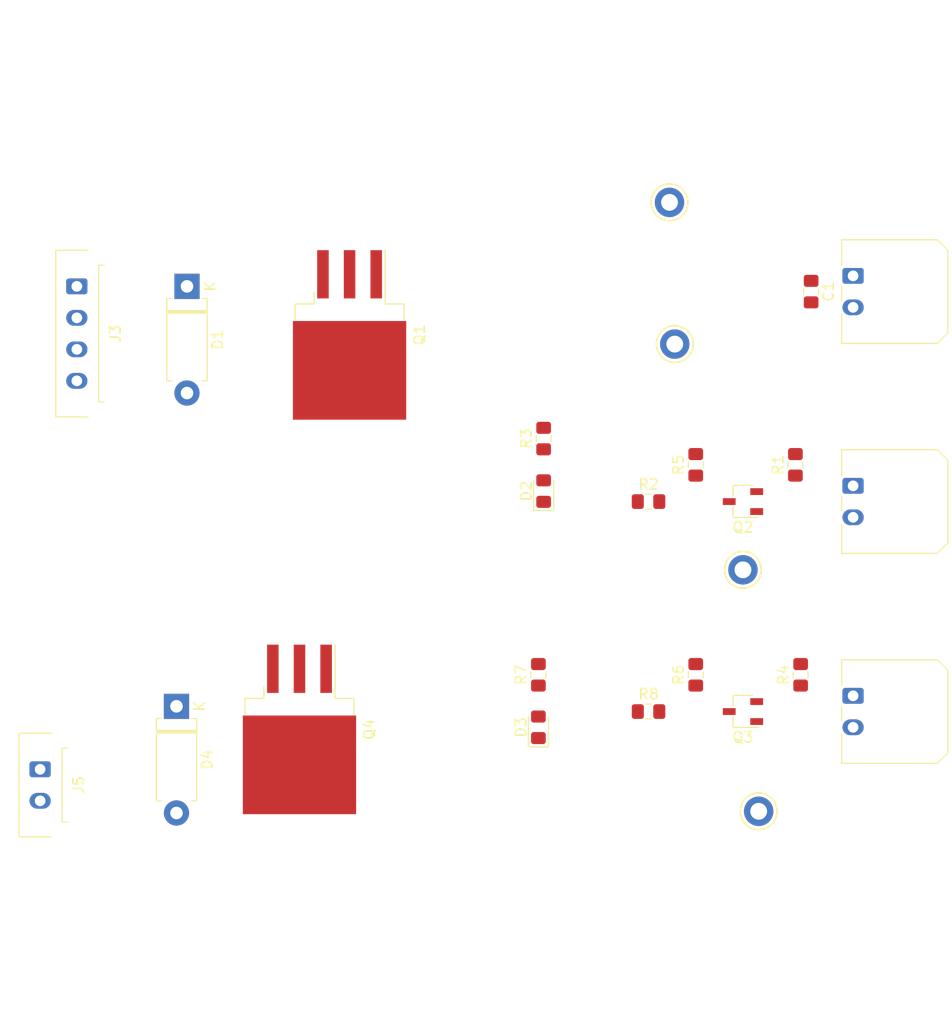
<source format=kicad_pcb>
(kicad_pcb (version 20171130) (host pcbnew 5.1.5-52549c5~84~ubuntu18.04.1)

  (general
    (thickness 1.6)
    (drawings 0)
    (tracks 0)
    (zones 0)
    (modules 30)
    (nets 15)
  )

  (page A4)
  (layers
    (0 F.Cu signal)
    (31 B.Cu signal)
    (32 B.Adhes user)
    (33 F.Adhes user)
    (34 B.Paste user)
    (35 F.Paste user)
    (36 B.SilkS user)
    (37 F.SilkS user)
    (38 B.Mask user)
    (39 F.Mask user)
    (40 Dwgs.User user)
    (41 Cmts.User user)
    (42 Eco1.User user)
    (43 Eco2.User user)
    (44 Edge.Cuts user)
    (45 Margin user)
    (46 B.CrtYd user hide)
    (47 F.CrtYd user hide)
    (48 B.Fab user hide)
    (49 F.Fab user hide)
  )

  (setup
    (last_trace_width 0.25)
    (trace_clearance 0.2)
    (zone_clearance 0.25)
    (zone_45_only no)
    (trace_min 0.2)
    (via_size 0.8)
    (via_drill 0.4)
    (via_min_size 0.4)
    (via_min_drill 0.3)
    (uvia_size 0.3)
    (uvia_drill 0.1)
    (uvias_allowed no)
    (uvia_min_size 0.2)
    (uvia_min_drill 0.1)
    (edge_width 0.05)
    (segment_width 0.2)
    (pcb_text_width 0.3)
    (pcb_text_size 1.5 1.5)
    (mod_edge_width 0.12)
    (mod_text_size 1 1)
    (mod_text_width 0.15)
    (pad_size 1.524 1.524)
    (pad_drill 0.762)
    (pad_to_mask_clearance 0.051)
    (solder_mask_min_width 0.25)
    (aux_axis_origin 0 0)
    (visible_elements FFFFFF7F)
    (pcbplotparams
      (layerselection 0x010fc_ffffffff)
      (usegerberextensions false)
      (usegerberattributes false)
      (usegerberadvancedattributes false)
      (creategerberjobfile false)
      (excludeedgelayer true)
      (linewidth 0.100000)
      (plotframeref false)
      (viasonmask false)
      (mode 1)
      (useauxorigin false)
      (hpglpennumber 1)
      (hpglpenspeed 20)
      (hpglpendiameter 15.000000)
      (psnegative false)
      (psa4output false)
      (plotreference true)
      (plotvalue true)
      (plotinvisibletext false)
      (padsonsilk false)
      (subtractmaskfromsilk false)
      (outputformat 1)
      (mirror false)
      (drillshape 1)
      (scaleselection 1)
      (outputdirectory ""))
  )

  (net 0 "")
  (net 1 +12V)
  (net 2 GND)
  (net 3 "Net-(D1-Pad2)")
  (net 4 "Net-(J2-Pad1)")
  (net 5 "Net-(J3-Pad3)")
  (net 6 "Net-(J3-Pad4)")
  (net 7 "Net-(Q1-Pad1)")
  (net 8 "Net-(D2-Pad2)")
  (net 9 "Net-(D3-Pad1)")
  (net 10 "Net-(D3-Pad2)")
  (net 11 "Net-(J4-Pad1)")
  (net 12 "Net-(Q2-Pad3)")
  (net 13 "Net-(Q3-Pad3)")
  (net 14 "Net-(Q4-Pad1)")

  (net_class Default "This is the default net class."
    (clearance 0.2)
    (trace_width 0.25)
    (via_dia 0.8)
    (via_drill 0.4)
    (uvia_dia 0.3)
    (uvia_drill 0.1)
    (add_net +12V)
    (add_net GND)
    (add_net "Net-(D1-Pad2)")
    (add_net "Net-(D2-Pad2)")
    (add_net "Net-(D3-Pad1)")
    (add_net "Net-(D3-Pad2)")
    (add_net "Net-(J2-Pad1)")
    (add_net "Net-(J3-Pad3)")
    (add_net "Net-(J3-Pad4)")
    (add_net "Net-(J4-Pad1)")
    (add_net "Net-(Q1-Pad1)")
    (add_net "Net-(Q2-Pad3)")
    (add_net "Net-(Q3-Pad3)")
    (add_net "Net-(Q4-Pad1)")
  )

  (module Capacitor_SMD:C_0805_2012Metric_Pad1.15x1.40mm_HandSolder (layer F.Cu) (tedit 5B36C52B) (tstamp 5E2C42B0)
    (at 217 65.5 270)
    (descr "Capacitor SMD 0805 (2012 Metric), square (rectangular) end terminal, IPC_7351 nominal with elongated pad for handsoldering. (Body size source: https://docs.google.com/spreadsheets/d/1BsfQQcO9C6DZCsRaXUlFlo91Tg2WpOkGARC1WS5S8t0/edit?usp=sharing), generated with kicad-footprint-generator")
    (tags "capacitor handsolder")
    (path /5E38C7D8)
    (attr smd)
    (fp_text reference C1 (at 0 -1.65 90) (layer F.SilkS)
      (effects (font (size 1 1) (thickness 0.15)))
    )
    (fp_text value 1u (at 0 1.65 90) (layer F.Fab)
      (effects (font (size 1 1) (thickness 0.15)))
    )
    (fp_line (start -1 0.6) (end -1 -0.6) (layer F.Fab) (width 0.1))
    (fp_line (start -1 -0.6) (end 1 -0.6) (layer F.Fab) (width 0.1))
    (fp_line (start 1 -0.6) (end 1 0.6) (layer F.Fab) (width 0.1))
    (fp_line (start 1 0.6) (end -1 0.6) (layer F.Fab) (width 0.1))
    (fp_line (start -0.261252 -0.71) (end 0.261252 -0.71) (layer F.SilkS) (width 0.12))
    (fp_line (start -0.261252 0.71) (end 0.261252 0.71) (layer F.SilkS) (width 0.12))
    (fp_line (start -1.85 0.95) (end -1.85 -0.95) (layer F.CrtYd) (width 0.05))
    (fp_line (start -1.85 -0.95) (end 1.85 -0.95) (layer F.CrtYd) (width 0.05))
    (fp_line (start 1.85 -0.95) (end 1.85 0.95) (layer F.CrtYd) (width 0.05))
    (fp_line (start 1.85 0.95) (end -1.85 0.95) (layer F.CrtYd) (width 0.05))
    (fp_text user %R (at 0 0 90) (layer F.Fab)
      (effects (font (size 0.5 0.5) (thickness 0.08)))
    )
    (pad 1 smd roundrect (at -1.025 0 270) (size 1.15 1.4) (layers F.Cu F.Paste F.Mask) (roundrect_rratio 0.217391)
      (net 1 +12V))
    (pad 2 smd roundrect (at 1.025 0 270) (size 1.15 1.4) (layers F.Cu F.Paste F.Mask) (roundrect_rratio 0.217391)
      (net 2 GND))
    (model ${KISYS3DMOD}/Capacitor_SMD.3dshapes/C_0805_2012Metric.wrl
      (at (xyz 0 0 0))
      (scale (xyz 1 1 1))
      (rotate (xyz 0 0 0))
    )
  )

  (module Diode_THT:D_DO-15_P10.16mm_Horizontal (layer F.Cu) (tedit 5AE50CD5) (tstamp 5E2C42CF)
    (at 157.5 65 270)
    (descr "Diode, DO-15 series, Axial, Horizontal, pin pitch=10.16mm, , length*diameter=7.6*3.6mm^2, , http://www.diodes.com/_files/packages/DO-15.pdf")
    (tags "Diode DO-15 series Axial Horizontal pin pitch 10.16mm  length 7.6mm diameter 3.6mm")
    (path /5E38ADA4)
    (fp_text reference D1 (at 5.08 -2.92 90) (layer F.SilkS)
      (effects (font (size 1 1) (thickness 0.15)))
    )
    (fp_text value R5000F (at 5.08 2.92 90) (layer F.Fab)
      (effects (font (size 1 1) (thickness 0.15)))
    )
    (fp_text user K (at 0 -2.2 90) (layer F.SilkS)
      (effects (font (size 1 1) (thickness 0.15)))
    )
    (fp_text user K (at 0 -2.2 90) (layer F.Fab)
      (effects (font (size 1 1) (thickness 0.15)))
    )
    (fp_text user %R (at 5.65 0 90) (layer F.Fab)
      (effects (font (size 1 1) (thickness 0.15)))
    )
    (fp_line (start 11.61 -2.05) (end -1.45 -2.05) (layer F.CrtYd) (width 0.05))
    (fp_line (start 11.61 2.05) (end 11.61 -2.05) (layer F.CrtYd) (width 0.05))
    (fp_line (start -1.45 2.05) (end 11.61 2.05) (layer F.CrtYd) (width 0.05))
    (fp_line (start -1.45 -2.05) (end -1.45 2.05) (layer F.CrtYd) (width 0.05))
    (fp_line (start 2.3 -1.92) (end 2.3 1.92) (layer F.SilkS) (width 0.12))
    (fp_line (start 2.54 -1.92) (end 2.54 1.92) (layer F.SilkS) (width 0.12))
    (fp_line (start 2.42 -1.92) (end 2.42 1.92) (layer F.SilkS) (width 0.12))
    (fp_line (start 9 1.92) (end 9 1.44) (layer F.SilkS) (width 0.12))
    (fp_line (start 1.16 1.92) (end 9 1.92) (layer F.SilkS) (width 0.12))
    (fp_line (start 1.16 1.44) (end 1.16 1.92) (layer F.SilkS) (width 0.12))
    (fp_line (start 9 -1.92) (end 9 -1.44) (layer F.SilkS) (width 0.12))
    (fp_line (start 1.16 -1.92) (end 9 -1.92) (layer F.SilkS) (width 0.12))
    (fp_line (start 1.16 -1.44) (end 1.16 -1.92) (layer F.SilkS) (width 0.12))
    (fp_line (start 2.32 -1.8) (end 2.32 1.8) (layer F.Fab) (width 0.1))
    (fp_line (start 2.52 -1.8) (end 2.52 1.8) (layer F.Fab) (width 0.1))
    (fp_line (start 2.42 -1.8) (end 2.42 1.8) (layer F.Fab) (width 0.1))
    (fp_line (start 10.16 0) (end 8.88 0) (layer F.Fab) (width 0.1))
    (fp_line (start 0 0) (end 1.28 0) (layer F.Fab) (width 0.1))
    (fp_line (start 8.88 -1.8) (end 1.28 -1.8) (layer F.Fab) (width 0.1))
    (fp_line (start 8.88 1.8) (end 8.88 -1.8) (layer F.Fab) (width 0.1))
    (fp_line (start 1.28 1.8) (end 8.88 1.8) (layer F.Fab) (width 0.1))
    (fp_line (start 1.28 -1.8) (end 1.28 1.8) (layer F.Fab) (width 0.1))
    (pad 2 thru_hole oval (at 10.16 0 270) (size 2.4 2.4) (drill 1.2) (layers *.Cu *.Mask)
      (net 3 "Net-(D1-Pad2)"))
    (pad 1 thru_hole rect (at 0 0 270) (size 2.4 2.4) (drill 1.2) (layers *.Cu *.Mask)
      (net 1 +12V))
    (model ${KISYS3DMOD}/Diode_THT.3dshapes/D_DO-15_P10.16mm_Horizontal.wrl
      (at (xyz 0 0 0))
      (scale (xyz 1 1 1))
      (rotate (xyz 0 0 0))
    )
  )

  (module LED_SMD:LED_0805_2012Metric_Pad1.15x1.40mm_HandSolder (layer F.Cu) (tedit 5B4B45C9) (tstamp 5E2C42E2)
    (at 191.5 84.5 90)
    (descr "LED SMD 0805 (2012 Metric), square (rectangular) end terminal, IPC_7351 nominal, (Body size source: https://docs.google.com/spreadsheets/d/1BsfQQcO9C6DZCsRaXUlFlo91Tg2WpOkGARC1WS5S8t0/edit?usp=sharing), generated with kicad-footprint-generator")
    (tags "LED handsolder")
    (path /5E3CB2C2)
    (attr smd)
    (fp_text reference D2 (at 0 -1.65 90) (layer F.SilkS)
      (effects (font (size 1 1) (thickness 0.15)))
    )
    (fp_text value Green (at 0 1.65 90) (layer F.Fab)
      (effects (font (size 1 1) (thickness 0.15)))
    )
    (fp_text user %R (at 0 0 90) (layer F.Fab)
      (effects (font (size 0.5 0.5) (thickness 0.08)))
    )
    (fp_line (start 1.85 0.95) (end -1.85 0.95) (layer F.CrtYd) (width 0.05))
    (fp_line (start 1.85 -0.95) (end 1.85 0.95) (layer F.CrtYd) (width 0.05))
    (fp_line (start -1.85 -0.95) (end 1.85 -0.95) (layer F.CrtYd) (width 0.05))
    (fp_line (start -1.85 0.95) (end -1.85 -0.95) (layer F.CrtYd) (width 0.05))
    (fp_line (start -1.86 0.96) (end 1 0.96) (layer F.SilkS) (width 0.12))
    (fp_line (start -1.86 -0.96) (end -1.86 0.96) (layer F.SilkS) (width 0.12))
    (fp_line (start 1 -0.96) (end -1.86 -0.96) (layer F.SilkS) (width 0.12))
    (fp_line (start 1 0.6) (end 1 -0.6) (layer F.Fab) (width 0.1))
    (fp_line (start -1 0.6) (end 1 0.6) (layer F.Fab) (width 0.1))
    (fp_line (start -1 -0.3) (end -1 0.6) (layer F.Fab) (width 0.1))
    (fp_line (start -0.7 -0.6) (end -1 -0.3) (layer F.Fab) (width 0.1))
    (fp_line (start 1 -0.6) (end -0.7 -0.6) (layer F.Fab) (width 0.1))
    (pad 2 smd roundrect (at 1.025 0 90) (size 1.15 1.4) (layers F.Cu F.Paste F.Mask) (roundrect_rratio 0.217391)
      (net 8 "Net-(D2-Pad2)"))
    (pad 1 smd roundrect (at -1.025 0 90) (size 1.15 1.4) (layers F.Cu F.Paste F.Mask) (roundrect_rratio 0.217391)
      (net 3 "Net-(D1-Pad2)"))
    (model ${KISYS3DMOD}/LED_SMD.3dshapes/LED_0805_2012Metric.wrl
      (at (xyz 0 0 0))
      (scale (xyz 1 1 1))
      (rotate (xyz 0 0 0))
    )
  )

  (module LED_SMD:LED_0805_2012Metric_Pad1.15x1.40mm_HandSolder (layer F.Cu) (tedit 5B4B45C9) (tstamp 5E2C42F5)
    (at 191 107 90)
    (descr "LED SMD 0805 (2012 Metric), square (rectangular) end terminal, IPC_7351 nominal, (Body size source: https://docs.google.com/spreadsheets/d/1BsfQQcO9C6DZCsRaXUlFlo91Tg2WpOkGARC1WS5S8t0/edit?usp=sharing), generated with kicad-footprint-generator")
    (tags "LED handsolder")
    (path /5E301B69)
    (attr smd)
    (fp_text reference D3 (at 0 -1.65 90) (layer F.SilkS)
      (effects (font (size 1 1) (thickness 0.15)))
    )
    (fp_text value Green (at 0 1.65 90) (layer F.Fab)
      (effects (font (size 1 1) (thickness 0.15)))
    )
    (fp_line (start 1 -0.6) (end -0.7 -0.6) (layer F.Fab) (width 0.1))
    (fp_line (start -0.7 -0.6) (end -1 -0.3) (layer F.Fab) (width 0.1))
    (fp_line (start -1 -0.3) (end -1 0.6) (layer F.Fab) (width 0.1))
    (fp_line (start -1 0.6) (end 1 0.6) (layer F.Fab) (width 0.1))
    (fp_line (start 1 0.6) (end 1 -0.6) (layer F.Fab) (width 0.1))
    (fp_line (start 1 -0.96) (end -1.86 -0.96) (layer F.SilkS) (width 0.12))
    (fp_line (start -1.86 -0.96) (end -1.86 0.96) (layer F.SilkS) (width 0.12))
    (fp_line (start -1.86 0.96) (end 1 0.96) (layer F.SilkS) (width 0.12))
    (fp_line (start -1.85 0.95) (end -1.85 -0.95) (layer F.CrtYd) (width 0.05))
    (fp_line (start -1.85 -0.95) (end 1.85 -0.95) (layer F.CrtYd) (width 0.05))
    (fp_line (start 1.85 -0.95) (end 1.85 0.95) (layer F.CrtYd) (width 0.05))
    (fp_line (start 1.85 0.95) (end -1.85 0.95) (layer F.CrtYd) (width 0.05))
    (fp_text user %R (at 0 0 90) (layer F.Fab)
      (effects (font (size 0.5 0.5) (thickness 0.08)))
    )
    (pad 1 smd roundrect (at -1.025 0 90) (size 1.15 1.4) (layers F.Cu F.Paste F.Mask) (roundrect_rratio 0.217391)
      (net 9 "Net-(D3-Pad1)"))
    (pad 2 smd roundrect (at 1.025 0 90) (size 1.15 1.4) (layers F.Cu F.Paste F.Mask) (roundrect_rratio 0.217391)
      (net 10 "Net-(D3-Pad2)"))
    (model ${KISYS3DMOD}/LED_SMD.3dshapes/LED_0805_2012Metric.wrl
      (at (xyz 0 0 0))
      (scale (xyz 1 1 1))
      (rotate (xyz 0 0 0))
    )
  )

  (module Diode_THT:D_DO-15_P10.16mm_Horizontal (layer F.Cu) (tedit 5AE50CD5) (tstamp 5E2C4314)
    (at 156.5 105 270)
    (descr "Diode, DO-15 series, Axial, Horizontal, pin pitch=10.16mm, , length*diameter=7.6*3.6mm^2, , http://www.diodes.com/_files/packages/DO-15.pdf")
    (tags "Diode DO-15 series Axial Horizontal pin pitch 10.16mm  length 7.6mm diameter 3.6mm")
    (path /5E301B38)
    (fp_text reference D4 (at 5.08 -2.92 90) (layer F.SilkS)
      (effects (font (size 1 1) (thickness 0.15)))
    )
    (fp_text value R5000F (at 5.08 2.92 90) (layer F.Fab)
      (effects (font (size 1 1) (thickness 0.15)))
    )
    (fp_line (start 1.28 -1.8) (end 1.28 1.8) (layer F.Fab) (width 0.1))
    (fp_line (start 1.28 1.8) (end 8.88 1.8) (layer F.Fab) (width 0.1))
    (fp_line (start 8.88 1.8) (end 8.88 -1.8) (layer F.Fab) (width 0.1))
    (fp_line (start 8.88 -1.8) (end 1.28 -1.8) (layer F.Fab) (width 0.1))
    (fp_line (start 0 0) (end 1.28 0) (layer F.Fab) (width 0.1))
    (fp_line (start 10.16 0) (end 8.88 0) (layer F.Fab) (width 0.1))
    (fp_line (start 2.42 -1.8) (end 2.42 1.8) (layer F.Fab) (width 0.1))
    (fp_line (start 2.52 -1.8) (end 2.52 1.8) (layer F.Fab) (width 0.1))
    (fp_line (start 2.32 -1.8) (end 2.32 1.8) (layer F.Fab) (width 0.1))
    (fp_line (start 1.16 -1.44) (end 1.16 -1.92) (layer F.SilkS) (width 0.12))
    (fp_line (start 1.16 -1.92) (end 9 -1.92) (layer F.SilkS) (width 0.12))
    (fp_line (start 9 -1.92) (end 9 -1.44) (layer F.SilkS) (width 0.12))
    (fp_line (start 1.16 1.44) (end 1.16 1.92) (layer F.SilkS) (width 0.12))
    (fp_line (start 1.16 1.92) (end 9 1.92) (layer F.SilkS) (width 0.12))
    (fp_line (start 9 1.92) (end 9 1.44) (layer F.SilkS) (width 0.12))
    (fp_line (start 2.42 -1.92) (end 2.42 1.92) (layer F.SilkS) (width 0.12))
    (fp_line (start 2.54 -1.92) (end 2.54 1.92) (layer F.SilkS) (width 0.12))
    (fp_line (start 2.3 -1.92) (end 2.3 1.92) (layer F.SilkS) (width 0.12))
    (fp_line (start -1.45 -2.05) (end -1.45 2.05) (layer F.CrtYd) (width 0.05))
    (fp_line (start -1.45 2.05) (end 11.61 2.05) (layer F.CrtYd) (width 0.05))
    (fp_line (start 11.61 2.05) (end 11.61 -2.05) (layer F.CrtYd) (width 0.05))
    (fp_line (start 11.61 -2.05) (end -1.45 -2.05) (layer F.CrtYd) (width 0.05))
    (fp_text user %R (at 5.65 0 90) (layer F.Fab)
      (effects (font (size 1 1) (thickness 0.15)))
    )
    (fp_text user K (at 0 -2.2 90) (layer F.Fab)
      (effects (font (size 1 1) (thickness 0.15)))
    )
    (fp_text user K (at 0 -2.2 90) (layer F.SilkS)
      (effects (font (size 1 1) (thickness 0.15)))
    )
    (pad 1 thru_hole rect (at 0 0 270) (size 2.4 2.4) (drill 1.2) (layers *.Cu *.Mask)
      (net 1 +12V))
    (pad 2 thru_hole oval (at 10.16 0 270) (size 2.4 2.4) (drill 1.2) (layers *.Cu *.Mask)
      (net 9 "Net-(D3-Pad1)"))
    (model ${KISYS3DMOD}/Diode_THT.3dshapes/D_DO-15_P10.16mm_Horizontal.wrl
      (at (xyz 0 0 0))
      (scale (xyz 1 1 1))
      (rotate (xyz 0 0 0))
    )
  )

  (module MountingHole:MountingHole_3mm (layer F.Cu) (tedit 56D1B4CB) (tstamp 5E2C431C)
    (at 225.5 128)
    (descr "Mounting Hole 3mm, no annular")
    (tags "mounting hole 3mm no annular")
    (path /5E39508F)
    (attr virtual)
    (fp_text reference H1 (at 0 -4) (layer F.SilkS) hide
      (effects (font (size 1 1) (thickness 0.15)))
    )
    (fp_text value MountingHole (at 0 4) (layer F.Fab)
      (effects (font (size 1 1) (thickness 0.15)))
    )
    (fp_circle (center 0 0) (end 3.25 0) (layer F.CrtYd) (width 0.05))
    (fp_circle (center 0 0) (end 3 0) (layer Cmts.User) (width 0.15))
    (fp_text user %R (at 0.3 0) (layer F.Fab)
      (effects (font (size 1 1) (thickness 0.15)))
    )
    (pad 1 np_thru_hole circle (at 0 0) (size 3 3) (drill 3) (layers *.Cu *.Mask))
  )

  (module MountingHole:MountingHole_3mm (layer F.Cu) (tedit 56D1B4CB) (tstamp 5E2C4324)
    (at 171.5 132)
    (descr "Mounting Hole 3mm, no annular")
    (tags "mounting hole 3mm no annular")
    (path /5E3953D3)
    (attr virtual)
    (fp_text reference H2 (at 0 -4) (layer F.SilkS) hide
      (effects (font (size 1 1) (thickness 0.15)))
    )
    (fp_text value MountingHole (at 0 4) (layer F.Fab)
      (effects (font (size 1 1) (thickness 0.15)))
    )
    (fp_text user %R (at 0.3 0) (layer F.Fab)
      (effects (font (size 1 1) (thickness 0.15)))
    )
    (fp_circle (center 0 0) (end 3 0) (layer Cmts.User) (width 0.15))
    (fp_circle (center 0 0) (end 3.25 0) (layer F.CrtYd) (width 0.05))
    (pad 1 np_thru_hole circle (at 0 0) (size 3 3) (drill 3) (layers *.Cu *.Mask))
  )

  (module MountingHole:MountingHole_3mm (layer F.Cu) (tedit 56D1B4CB) (tstamp 5E2C432C)
    (at 221 43.5)
    (descr "Mounting Hole 3mm, no annular")
    (tags "mounting hole 3mm no annular")
    (path /5E3955F8)
    (attr virtual)
    (fp_text reference H3 (at 0 -4) (layer F.SilkS) hide
      (effects (font (size 1 1) (thickness 0.15)))
    )
    (fp_text value MountingHole (at 0 4) (layer F.Fab)
      (effects (font (size 1 1) (thickness 0.15)))
    )
    (fp_circle (center 0 0) (end 3.25 0) (layer F.CrtYd) (width 0.05))
    (fp_circle (center 0 0) (end 3 0) (layer Cmts.User) (width 0.15))
    (fp_text user %R (at 0.3 0) (layer F.Fab)
      (effects (font (size 1 1) (thickness 0.15)))
    )
    (pad 1 np_thru_hole circle (at 0 0) (size 3 3) (drill 3) (layers *.Cu *.Mask))
  )

  (module MountingHole:MountingHole_3mm (layer F.Cu) (tedit 56D1B4CB) (tstamp 5E2C4334)
    (at 162 41)
    (descr "Mounting Hole 3mm, no annular")
    (tags "mounting hole 3mm no annular")
    (path /5E39580C)
    (attr virtual)
    (fp_text reference H4 (at 0 -4) (layer F.SilkS) hide
      (effects (font (size 1 1) (thickness 0.15)))
    )
    (fp_text value MountingHole (at 0 4) (layer F.Fab)
      (effects (font (size 1 1) (thickness 0.15)))
    )
    (fp_text user %R (at 0.3 0) (layer F.Fab)
      (effects (font (size 1 1) (thickness 0.15)))
    )
    (fp_circle (center 0 0) (end 3 0) (layer Cmts.User) (width 0.15))
    (fp_circle (center 0 0) (end 3.25 0) (layer F.CrtYd) (width 0.05))
    (pad 1 np_thru_hole circle (at 0 0) (size 3 3) (drill 3) (layers *.Cu *.Mask))
  )

  (module Connector_Molex:Molex_Micro-Fit_3.0_43650-0200_1x02_P3.00mm_Horizontal (layer F.Cu) (tedit 5B79A392) (tstamp 5E2C4350)
    (at 221 64 270)
    (descr "Molex Micro-Fit 3.0 Connector System, 43650-0200 (compatible alternatives: 43650-0201, 43650-0202), 2 Pins per row (https://www.molex.com/pdm_docs/sd/436500300_sd.pdf), generated with kicad-footprint-generator")
    (tags "connector Molex Micro-Fit_3.0 top entry")
    (path /5E37A869)
    (fp_text reference J1 (at 1.5 -10.12 90) (layer F.SilkS) hide
      (effects (font (size 1 1) (thickness 0.15)))
    )
    (fp_text value PowerConn (at 1.5 3.22 90) (layer F.Fab)
      (effects (font (size 1 1) (thickness 0.15)))
    )
    (fp_line (start -3.325 0.98) (end -3.325 -7.92) (layer F.Fab) (width 0.1))
    (fp_line (start -3.325 -7.92) (end -2.325 -8.92) (layer F.Fab) (width 0.1))
    (fp_line (start -2.325 -8.92) (end 5.325 -8.92) (layer F.Fab) (width 0.1))
    (fp_line (start 5.325 -8.92) (end 6.325 -7.92) (layer F.Fab) (width 0.1))
    (fp_line (start 6.325 -7.92) (end 6.325 0.98) (layer F.Fab) (width 0.1))
    (fp_line (start 6.325 0.98) (end -3.325 0.98) (layer F.Fab) (width 0.1))
    (fp_line (start -0.75 0.98) (end 0 0) (layer F.Fab) (width 0.1))
    (fp_line (start 0 0) (end 0.75 0.98) (layer F.Fab) (width 0.1))
    (fp_line (start -3.435 1.09) (end -3.435 -8.03) (layer F.SilkS) (width 0.12))
    (fp_line (start -3.435 -8.03) (end -2.435 -9.03) (layer F.SilkS) (width 0.12))
    (fp_line (start -2.435 -9.03) (end 5.435 -9.03) (layer F.SilkS) (width 0.12))
    (fp_line (start 5.435 -9.03) (end 6.435 -8.03) (layer F.SilkS) (width 0.12))
    (fp_line (start 6.435 -8.03) (end 6.435 1.09) (layer F.SilkS) (width 0.12))
    (fp_line (start -3.435 1.09) (end -1.01 1.09) (layer F.SilkS) (width 0.12))
    (fp_line (start 6.435 1.09) (end 3.651767 1.09) (layer F.SilkS) (width 0.12))
    (fp_line (start 1.01 1.09) (end 2.348233 1.09) (layer F.SilkS) (width 0.12))
    (fp_line (start -3.82 1.48) (end -3.82 -9.42) (layer F.CrtYd) (width 0.05))
    (fp_line (start -3.82 -9.42) (end 6.82 -9.42) (layer F.CrtYd) (width 0.05))
    (fp_line (start 6.82 -9.42) (end 6.82 1.48) (layer F.CrtYd) (width 0.05))
    (fp_line (start 6.82 1.48) (end -3.82 1.48) (layer F.CrtYd) (width 0.05))
    (fp_text user %R (at 1.5 -8.22 90) (layer F.Fab)
      (effects (font (size 1 1) (thickness 0.15)))
    )
    (pad "" np_thru_hole circle (at 1.5 -4.32 270) (size 3 3) (drill 3) (layers *.Cu *.Mask))
    (pad 1 thru_hole roundrect (at 0 0 270) (size 1.5 2.02) (drill 1.02) (layers *.Cu *.Mask) (roundrect_rratio 0.166667)
      (net 1 +12V))
    (pad 2 thru_hole oval (at 3 0 270) (size 1.5 2.02) (drill 1.02) (layers *.Cu *.Mask)
      (net 2 GND))
    (model ${KISYS3DMOD}/Connector_Molex.3dshapes/Molex_Micro-Fit_3.0_43650-0200_1x02_P3.00mm_Horizontal.wrl
      (at (xyz 0 0 0))
      (scale (xyz 1 1 1))
      (rotate (xyz 0 0 0))
    )
  )

  (module Connector_Molex:Molex_Micro-Fit_3.0_43650-0200_1x02_P3.00mm_Horizontal (layer F.Cu) (tedit 5B79A392) (tstamp 5E2C436C)
    (at 221 84 270)
    (descr "Molex Micro-Fit 3.0 Connector System, 43650-0200 (compatible alternatives: 43650-0201, 43650-0202), 2 Pins per row (https://www.molex.com/pdm_docs/sd/436500300_sd.pdf), generated with kicad-footprint-generator")
    (tags "connector Molex Micro-Fit_3.0 top entry")
    (path /5E37A17C)
    (fp_text reference J2 (at 1.5 -10.12 90) (layer F.SilkS) hide
      (effects (font (size 1 1) (thickness 0.15)))
    )
    (fp_text value DashboardConn (at 1.5 3.22 90) (layer F.Fab)
      (effects (font (size 1 1) (thickness 0.15)))
    )
    (fp_text user %R (at 1.5 -8.22 90) (layer F.Fab)
      (effects (font (size 1 1) (thickness 0.15)))
    )
    (fp_line (start 6.82 1.48) (end -3.82 1.48) (layer F.CrtYd) (width 0.05))
    (fp_line (start 6.82 -9.42) (end 6.82 1.48) (layer F.CrtYd) (width 0.05))
    (fp_line (start -3.82 -9.42) (end 6.82 -9.42) (layer F.CrtYd) (width 0.05))
    (fp_line (start -3.82 1.48) (end -3.82 -9.42) (layer F.CrtYd) (width 0.05))
    (fp_line (start 1.01 1.09) (end 2.348233 1.09) (layer F.SilkS) (width 0.12))
    (fp_line (start 6.435 1.09) (end 3.651767 1.09) (layer F.SilkS) (width 0.12))
    (fp_line (start -3.435 1.09) (end -1.01 1.09) (layer F.SilkS) (width 0.12))
    (fp_line (start 6.435 -8.03) (end 6.435 1.09) (layer F.SilkS) (width 0.12))
    (fp_line (start 5.435 -9.03) (end 6.435 -8.03) (layer F.SilkS) (width 0.12))
    (fp_line (start -2.435 -9.03) (end 5.435 -9.03) (layer F.SilkS) (width 0.12))
    (fp_line (start -3.435 -8.03) (end -2.435 -9.03) (layer F.SilkS) (width 0.12))
    (fp_line (start -3.435 1.09) (end -3.435 -8.03) (layer F.SilkS) (width 0.12))
    (fp_line (start 0 0) (end 0.75 0.98) (layer F.Fab) (width 0.1))
    (fp_line (start -0.75 0.98) (end 0 0) (layer F.Fab) (width 0.1))
    (fp_line (start 6.325 0.98) (end -3.325 0.98) (layer F.Fab) (width 0.1))
    (fp_line (start 6.325 -7.92) (end 6.325 0.98) (layer F.Fab) (width 0.1))
    (fp_line (start 5.325 -8.92) (end 6.325 -7.92) (layer F.Fab) (width 0.1))
    (fp_line (start -2.325 -8.92) (end 5.325 -8.92) (layer F.Fab) (width 0.1))
    (fp_line (start -3.325 -7.92) (end -2.325 -8.92) (layer F.Fab) (width 0.1))
    (fp_line (start -3.325 0.98) (end -3.325 -7.92) (layer F.Fab) (width 0.1))
    (pad 2 thru_hole oval (at 3 0 270) (size 1.5 2.02) (drill 1.02) (layers *.Cu *.Mask)
      (net 2 GND))
    (pad 1 thru_hole roundrect (at 0 0 270) (size 1.5 2.02) (drill 1.02) (layers *.Cu *.Mask) (roundrect_rratio 0.166667)
      (net 4 "Net-(J2-Pad1)"))
    (pad "" np_thru_hole circle (at 1.5 -4.32 270) (size 3 3) (drill 3) (layers *.Cu *.Mask))
    (model ${KISYS3DMOD}/Connector_Molex.3dshapes/Molex_Micro-Fit_3.0_43650-0200_1x02_P3.00mm_Horizontal.wrl
      (at (xyz 0 0 0))
      (scale (xyz 1 1 1))
      (rotate (xyz 0 0 0))
    )
  )

  (module Connector_Molex:Molex_Micro-Fit_3.0_43650-0415_1x04_P3.00mm_Vertical (layer F.Cu) (tedit 5CA3843E) (tstamp 5E2C4392)
    (at 147 65 270)
    (descr "Molex Micro-Fit 3.0 Connector System, 43650-0415 (compatible alternatives: 43650-0416, 43650-0417), 4 Pins per row (http://www.molex.com/pdm_docs/sd/436500215_sd.pdf), generated with kicad-footprint-generator")
    (tags "connector Molex Micro-Fit_3.0 vertical")
    (path /5E389309)
    (fp_text reference J3 (at 4.5 -3.67 90) (layer F.SilkS)
      (effects (font (size 1 1) (thickness 0.15)))
    )
    (fp_text value ContactorConn (at 4.5 4.5 90) (layer F.Fab)
      (effects (font (size 1 1) (thickness 0.15)))
    )
    (fp_line (start -2.125 -1.97) (end -2.125 -2.47) (layer F.Fab) (width 0.1))
    (fp_line (start -2.125 -2.47) (end -3.325 -2.47) (layer F.Fab) (width 0.1))
    (fp_line (start -3.325 -2.47) (end -3.325 1.9) (layer F.Fab) (width 0.1))
    (fp_line (start -3.325 1.9) (end 12.325 1.9) (layer F.Fab) (width 0.1))
    (fp_line (start 12.325 1.9) (end 12.325 -2.47) (layer F.Fab) (width 0.1))
    (fp_line (start 12.325 -2.47) (end 11.125 -2.47) (layer F.Fab) (width 0.1))
    (fp_line (start 11.125 -2.47) (end 11.125 -1.97) (layer F.Fab) (width 0.1))
    (fp_line (start 11.125 -1.97) (end -2.125 -1.97) (layer F.Fab) (width 0.1))
    (fp_line (start -3.325 -1.34) (end -2.125 -1.97) (layer F.Fab) (width 0.1))
    (fp_line (start 12.325 -1.34) (end 11.125 -1.97) (layer F.Fab) (width 0.1))
    (fp_line (start 3.8 1.9) (end 3.8 3.3) (layer F.Fab) (width 0.1))
    (fp_line (start 3.8 3.3) (end 5.2 3.3) (layer F.Fab) (width 0.1))
    (fp_line (start 5.2 3.3) (end 5.2 1.9) (layer F.Fab) (width 0.1))
    (fp_line (start -0.5 -1.97) (end 0 -1.262893) (layer F.Fab) (width 0.1))
    (fp_line (start 0 -1.262893) (end 0.5 -1.97) (layer F.Fab) (width 0.1))
    (fp_line (start -3.435 -1.065) (end -3.435 2.01) (layer F.SilkS) (width 0.12))
    (fp_line (start -3.435 2.01) (end 12.435 2.01) (layer F.SilkS) (width 0.12))
    (fp_line (start 12.435 2.01) (end 12.435 -1.065) (layer F.SilkS) (width 0.12))
    (fp_line (start -1.995 -2.58) (end -2.015 -2.58) (layer F.SilkS) (width 0.12))
    (fp_line (start -2.015 -2.58) (end -2.015 -2.08) (layer F.SilkS) (width 0.12))
    (fp_line (start -2.015 -2.08) (end 11.015 -2.08) (layer F.SilkS) (width 0.12))
    (fp_line (start 11.015 -2.08) (end 11.015 -2.58) (layer F.SilkS) (width 0.12))
    (fp_line (start 11.015 -2.58) (end 10.995 -2.58) (layer F.SilkS) (width 0.12))
    (fp_line (start -3.82 -2.97) (end 12.82 -2.97) (layer F.CrtYd) (width 0.05))
    (fp_line (start 12.82 -2.97) (end 12.82 3.8) (layer F.CrtYd) (width 0.05))
    (fp_line (start 12.82 3.8) (end -3.82 3.8) (layer F.CrtYd) (width 0.05))
    (fp_line (start -3.82 3.8) (end -3.82 -2.97) (layer F.CrtYd) (width 0.05))
    (fp_text user %R (at 4.5 1.2 90) (layer F.Fab)
      (effects (font (size 1 1) (thickness 0.15)))
    )
    (pad "" np_thru_hole circle (at -3 -1.96 270) (size 1.27 1.27) (drill 1.27) (layers *.Cu *.Mask))
    (pad "" np_thru_hole circle (at 12 -1.96 270) (size 1.27 1.27) (drill 1.27) (layers *.Cu *.Mask))
    (pad 1 thru_hole roundrect (at 0 0 270) (size 1.5 2.02) (drill 1.02) (layers *.Cu *.Mask) (roundrect_rratio 0.166667)
      (net 1 +12V))
    (pad 2 thru_hole oval (at 3 0 270) (size 1.5 2.02) (drill 1.02) (layers *.Cu *.Mask)
      (net 3 "Net-(D1-Pad2)"))
    (pad 3 thru_hole oval (at 6 0 270) (size 1.5 2.02) (drill 1.02) (layers *.Cu *.Mask)
      (net 5 "Net-(J3-Pad3)"))
    (pad 4 thru_hole oval (at 9 0 270) (size 1.5 2.02) (drill 1.02) (layers *.Cu *.Mask)
      (net 6 "Net-(J3-Pad4)"))
    (model ${KISYS3DMOD}/Connector_Molex.3dshapes/Molex_Micro-Fit_3.0_43650-0415_1x04_P3.00mm_Vertical.wrl
      (at (xyz 0 0 0))
      (scale (xyz 1 1 1))
      (rotate (xyz 0 0 0))
    )
  )

  (module Connector_Molex:Molex_Micro-Fit_3.0_43650-0200_1x02_P3.00mm_Horizontal (layer F.Cu) (tedit 5B79A392) (tstamp 5E2C43AE)
    (at 221 104 270)
    (descr "Molex Micro-Fit 3.0 Connector System, 43650-0200 (compatible alternatives: 43650-0201, 43650-0202), 2 Pins per row (https://www.molex.com/pdm_docs/sd/436500300_sd.pdf), generated with kicad-footprint-generator")
    (tags "connector Molex Micro-Fit_3.0 top entry")
    (path /5E301B00)
    (fp_text reference J4 (at 1.5 -10.12 90) (layer F.SilkS) hide
      (effects (font (size 1 1) (thickness 0.15)))
    )
    (fp_text value DashboardConn (at 1.5 3.22 90) (layer F.Fab)
      (effects (font (size 1 1) (thickness 0.15)))
    )
    (fp_line (start -3.325 0.98) (end -3.325 -7.92) (layer F.Fab) (width 0.1))
    (fp_line (start -3.325 -7.92) (end -2.325 -8.92) (layer F.Fab) (width 0.1))
    (fp_line (start -2.325 -8.92) (end 5.325 -8.92) (layer F.Fab) (width 0.1))
    (fp_line (start 5.325 -8.92) (end 6.325 -7.92) (layer F.Fab) (width 0.1))
    (fp_line (start 6.325 -7.92) (end 6.325 0.98) (layer F.Fab) (width 0.1))
    (fp_line (start 6.325 0.98) (end -3.325 0.98) (layer F.Fab) (width 0.1))
    (fp_line (start -0.75 0.98) (end 0 0) (layer F.Fab) (width 0.1))
    (fp_line (start 0 0) (end 0.75 0.98) (layer F.Fab) (width 0.1))
    (fp_line (start -3.435 1.09) (end -3.435 -8.03) (layer F.SilkS) (width 0.12))
    (fp_line (start -3.435 -8.03) (end -2.435 -9.03) (layer F.SilkS) (width 0.12))
    (fp_line (start -2.435 -9.03) (end 5.435 -9.03) (layer F.SilkS) (width 0.12))
    (fp_line (start 5.435 -9.03) (end 6.435 -8.03) (layer F.SilkS) (width 0.12))
    (fp_line (start 6.435 -8.03) (end 6.435 1.09) (layer F.SilkS) (width 0.12))
    (fp_line (start -3.435 1.09) (end -1.01 1.09) (layer F.SilkS) (width 0.12))
    (fp_line (start 6.435 1.09) (end 3.651767 1.09) (layer F.SilkS) (width 0.12))
    (fp_line (start 1.01 1.09) (end 2.348233 1.09) (layer F.SilkS) (width 0.12))
    (fp_line (start -3.82 1.48) (end -3.82 -9.42) (layer F.CrtYd) (width 0.05))
    (fp_line (start -3.82 -9.42) (end 6.82 -9.42) (layer F.CrtYd) (width 0.05))
    (fp_line (start 6.82 -9.42) (end 6.82 1.48) (layer F.CrtYd) (width 0.05))
    (fp_line (start 6.82 1.48) (end -3.82 1.48) (layer F.CrtYd) (width 0.05))
    (fp_text user %R (at 1.5 -8.22 90) (layer F.Fab)
      (effects (font (size 1 1) (thickness 0.15)))
    )
    (pad "" np_thru_hole circle (at 1.5 -4.32 270) (size 3 3) (drill 3) (layers *.Cu *.Mask))
    (pad 1 thru_hole roundrect (at 0 0 270) (size 1.5 2.02) (drill 1.02) (layers *.Cu *.Mask) (roundrect_rratio 0.166667)
      (net 11 "Net-(J4-Pad1)"))
    (pad 2 thru_hole oval (at 3 0 270) (size 1.5 2.02) (drill 1.02) (layers *.Cu *.Mask)
      (net 2 GND))
    (model ${KISYS3DMOD}/Connector_Molex.3dshapes/Molex_Micro-Fit_3.0_43650-0200_1x02_P3.00mm_Horizontal.wrl
      (at (xyz 0 0 0))
      (scale (xyz 1 1 1))
      (rotate (xyz 0 0 0))
    )
  )

  (module Connector_Molex:Molex_Micro-Fit_3.0_43650-0215_1x02_P3.00mm_Vertical (layer F.Cu) (tedit 5CA3843E) (tstamp 5E2C43D2)
    (at 143.5 111 270)
    (descr "Molex Micro-Fit 3.0 Connector System, 43650-0215 (compatible alternatives: 43650-0216, 43650-0217), 2 Pins per row (http://www.molex.com/pdm_docs/sd/436500215_sd.pdf), generated with kicad-footprint-generator")
    (tags "connector Molex Micro-Fit_3.0 vertical")
    (path /5E301B28)
    (fp_text reference J5 (at 1.5 -3.67 90) (layer F.SilkS)
      (effects (font (size 1 1) (thickness 0.15)))
    )
    (fp_text value PrechargeConn (at 1.5 4.5 90) (layer F.Fab)
      (effects (font (size 1 1) (thickness 0.15)))
    )
    (fp_line (start -2.125 -1.97) (end -2.125 -2.47) (layer F.Fab) (width 0.1))
    (fp_line (start -2.125 -2.47) (end -3.325 -2.47) (layer F.Fab) (width 0.1))
    (fp_line (start -3.325 -2.47) (end -3.325 1.9) (layer F.Fab) (width 0.1))
    (fp_line (start -3.325 1.9) (end 6.325 1.9) (layer F.Fab) (width 0.1))
    (fp_line (start 6.325 1.9) (end 6.325 -2.47) (layer F.Fab) (width 0.1))
    (fp_line (start 6.325 -2.47) (end 5.125 -2.47) (layer F.Fab) (width 0.1))
    (fp_line (start 5.125 -2.47) (end 5.125 -1.97) (layer F.Fab) (width 0.1))
    (fp_line (start 5.125 -1.97) (end -2.125 -1.97) (layer F.Fab) (width 0.1))
    (fp_line (start -3.325 -1.34) (end -2.125 -1.97) (layer F.Fab) (width 0.1))
    (fp_line (start 6.325 -1.34) (end 5.125 -1.97) (layer F.Fab) (width 0.1))
    (fp_line (start 0.8 1.9) (end 0.8 3.3) (layer F.Fab) (width 0.1))
    (fp_line (start 0.8 3.3) (end 2.2 3.3) (layer F.Fab) (width 0.1))
    (fp_line (start 2.2 3.3) (end 2.2 1.9) (layer F.Fab) (width 0.1))
    (fp_line (start -0.5 -1.97) (end 0 -1.262893) (layer F.Fab) (width 0.1))
    (fp_line (start 0 -1.262893) (end 0.5 -1.97) (layer F.Fab) (width 0.1))
    (fp_line (start -3.435 -1.065) (end -3.435 2.01) (layer F.SilkS) (width 0.12))
    (fp_line (start -3.435 2.01) (end 6.435 2.01) (layer F.SilkS) (width 0.12))
    (fp_line (start 6.435 2.01) (end 6.435 -1.065) (layer F.SilkS) (width 0.12))
    (fp_line (start -1.995 -2.58) (end -2.015 -2.58) (layer F.SilkS) (width 0.12))
    (fp_line (start -2.015 -2.58) (end -2.015 -2.08) (layer F.SilkS) (width 0.12))
    (fp_line (start -2.015 -2.08) (end 5.015 -2.08) (layer F.SilkS) (width 0.12))
    (fp_line (start 5.015 -2.08) (end 5.015 -2.58) (layer F.SilkS) (width 0.12))
    (fp_line (start 5.015 -2.58) (end 4.995 -2.58) (layer F.SilkS) (width 0.12))
    (fp_line (start -3.82 -2.97) (end 6.82 -2.97) (layer F.CrtYd) (width 0.05))
    (fp_line (start 6.82 -2.97) (end 6.82 3.8) (layer F.CrtYd) (width 0.05))
    (fp_line (start 6.82 3.8) (end -3.82 3.8) (layer F.CrtYd) (width 0.05))
    (fp_line (start -3.82 3.8) (end -3.82 -2.97) (layer F.CrtYd) (width 0.05))
    (fp_text user %R (at 1.5 1.2 90) (layer F.Fab)
      (effects (font (size 1 1) (thickness 0.15)))
    )
    (pad "" np_thru_hole circle (at -3 -1.96 270) (size 1.27 1.27) (drill 1.27) (layers *.Cu *.Mask))
    (pad "" np_thru_hole circle (at 6 -1.96 270) (size 1.27 1.27) (drill 1.27) (layers *.Cu *.Mask))
    (pad 1 thru_hole roundrect (at 0 0 270) (size 1.5 2.02) (drill 1.02) (layers *.Cu *.Mask) (roundrect_rratio 0.166667)
      (net 1 +12V))
    (pad 2 thru_hole oval (at 3 0 270) (size 1.5 2.02) (drill 1.02) (layers *.Cu *.Mask)
      (net 9 "Net-(D3-Pad1)"))
    (model ${KISYS3DMOD}/Connector_Molex.3dshapes/Molex_Micro-Fit_3.0_43650-0215_1x02_P3.00mm_Vertical.wrl
      (at (xyz 0 0 0))
      (scale (xyz 1 1 1))
      (rotate (xyz 0 0 0))
    )
  )

  (module Package_TO_SOT_SMD:TO-263-3_TabPin2 (layer F.Cu) (tedit 5A70FB8C) (tstamp 5E2C43FA)
    (at 173 69.625 270)
    (descr "TO-263 / D2PAK / DDPAK SMD package, http://www.infineon.com/cms/en/product/packages/PG-TO263/PG-TO263-3-1/")
    (tags "D2PAK DDPAK TO-263 D2PAK-3 TO-263-3 SOT-404")
    (path /5E387192)
    (attr smd)
    (fp_text reference Q1 (at 0 -6.65 90) (layer F.SilkS)
      (effects (font (size 1 1) (thickness 0.15)))
    )
    (fp_text value CSD18511KTT (at 0 6.65 90) (layer F.Fab)
      (effects (font (size 1 1) (thickness 0.15)))
    )
    (fp_line (start 6.5 -5) (end 7.5 -5) (layer F.Fab) (width 0.1))
    (fp_line (start 7.5 -5) (end 7.5 5) (layer F.Fab) (width 0.1))
    (fp_line (start 7.5 5) (end 6.5 5) (layer F.Fab) (width 0.1))
    (fp_line (start 6.5 -5) (end 6.5 5) (layer F.Fab) (width 0.1))
    (fp_line (start 6.5 5) (end -2.75 5) (layer F.Fab) (width 0.1))
    (fp_line (start -2.75 5) (end -2.75 -4) (layer F.Fab) (width 0.1))
    (fp_line (start -2.75 -4) (end -1.75 -5) (layer F.Fab) (width 0.1))
    (fp_line (start -1.75 -5) (end 6.5 -5) (layer F.Fab) (width 0.1))
    (fp_line (start -2.75 -3.04) (end -7.45 -3.04) (layer F.Fab) (width 0.1))
    (fp_line (start -7.45 -3.04) (end -7.45 -2.04) (layer F.Fab) (width 0.1))
    (fp_line (start -7.45 -2.04) (end -2.75 -2.04) (layer F.Fab) (width 0.1))
    (fp_line (start -2.75 -0.5) (end -7.45 -0.5) (layer F.Fab) (width 0.1))
    (fp_line (start -7.45 -0.5) (end -7.45 0.5) (layer F.Fab) (width 0.1))
    (fp_line (start -7.45 0.5) (end -2.75 0.5) (layer F.Fab) (width 0.1))
    (fp_line (start -2.75 2.04) (end -7.45 2.04) (layer F.Fab) (width 0.1))
    (fp_line (start -7.45 2.04) (end -7.45 3.04) (layer F.Fab) (width 0.1))
    (fp_line (start -7.45 3.04) (end -2.75 3.04) (layer F.Fab) (width 0.1))
    (fp_line (start -1.45 -5.2) (end -2.95 -5.2) (layer F.SilkS) (width 0.12))
    (fp_line (start -2.95 -5.2) (end -2.95 -3.39) (layer F.SilkS) (width 0.12))
    (fp_line (start -2.95 -3.39) (end -8.075 -3.39) (layer F.SilkS) (width 0.12))
    (fp_line (start -1.45 5.2) (end -2.95 5.2) (layer F.SilkS) (width 0.12))
    (fp_line (start -2.95 5.2) (end -2.95 3.39) (layer F.SilkS) (width 0.12))
    (fp_line (start -2.95 3.39) (end -4.05 3.39) (layer F.SilkS) (width 0.12))
    (fp_line (start -8.32 -5.65) (end -8.32 5.65) (layer F.CrtYd) (width 0.05))
    (fp_line (start -8.32 5.65) (end 8.32 5.65) (layer F.CrtYd) (width 0.05))
    (fp_line (start 8.32 5.65) (end 8.32 -5.65) (layer F.CrtYd) (width 0.05))
    (fp_line (start 8.32 -5.65) (end -8.32 -5.65) (layer F.CrtYd) (width 0.05))
    (fp_text user %R (at 0 0 90) (layer F.Fab)
      (effects (font (size 1 1) (thickness 0.15)))
    )
    (pad 1 smd rect (at -5.775 -2.54 270) (size 4.6 1.1) (layers F.Cu F.Paste F.Mask)
      (net 7 "Net-(Q1-Pad1)"))
    (pad 2 smd rect (at -5.775 0 270) (size 4.6 1.1) (layers F.Cu F.Paste F.Mask)
      (net 3 "Net-(D1-Pad2)"))
    (pad 3 smd rect (at -5.775 2.54 270) (size 4.6 1.1) (layers F.Cu F.Paste F.Mask)
      (net 2 GND))
    (pad 2 smd rect (at 3.375 0 270) (size 9.4 10.8) (layers F.Cu F.Mask)
      (net 3 "Net-(D1-Pad2)"))
    (pad "" smd rect (at 5.8 2.775 270) (size 4.55 5.25) (layers F.Paste))
    (pad "" smd rect (at 0.95 -2.775 270) (size 4.55 5.25) (layers F.Paste))
    (pad "" smd rect (at 5.8 -2.775 270) (size 4.55 5.25) (layers F.Paste))
    (pad "" smd rect (at 0.95 2.775 270) (size 4.55 5.25) (layers F.Paste))
    (model ${KISYS3DMOD}/Package_TO_SOT_SMD.3dshapes/TO-263-3_TabPin2.wrl
      (at (xyz 0 0 0))
      (scale (xyz 1 1 1))
      (rotate (xyz 0 0 0))
    )
  )

  (module Package_TO_SOT_SMD:TSOT-23 (layer F.Cu) (tedit 5A02FF57) (tstamp 5E2C4CBE)
    (at 210.5 85.5 180)
    (descr "3-pin TSOT23 package, http://www.analog.com.tw/pdf/All_In_One.pdf")
    (tags TSOT-23)
    (path /5E2BF054)
    (attr smd)
    (fp_text reference Q2 (at 0 -2.45) (layer F.SilkS)
      (effects (font (size 1 1) (thickness 0.15)))
    )
    (fp_text value NTR4003NT1G (at 0 2.5) (layer F.Fab)
      (effects (font (size 1 1) (thickness 0.15)))
    )
    (fp_line (start 2.17 1.7) (end -2.17 1.7) (layer F.CrtYd) (width 0.05))
    (fp_line (start 2.17 1.7) (end 2.17 -1.7) (layer F.CrtYd) (width 0.05))
    (fp_line (start -2.17 -1.7) (end -2.17 1.7) (layer F.CrtYd) (width 0.05))
    (fp_line (start -2.17 -1.7) (end 2.17 -1.7) (layer F.CrtYd) (width 0.05))
    (fp_line (start 0.88 -1.45) (end 0.88 1.45) (layer F.Fab) (width 0.1))
    (fp_line (start 0.88 1.45) (end -0.88 1.45) (layer F.Fab) (width 0.1))
    (fp_line (start -0.88 -1) (end -0.88 1.45) (layer F.Fab) (width 0.1))
    (fp_line (start 0.88 -1.45) (end -0.43 -1.45) (layer F.Fab) (width 0.1))
    (fp_line (start -0.88 -1) (end -0.43 -1.45) (layer F.Fab) (width 0.1))
    (fp_line (start 0.93 -1.51) (end -1.5 -1.51) (layer F.SilkS) (width 0.12))
    (fp_line (start 0.95 -1.5) (end 0.95 -0.5) (layer F.SilkS) (width 0.12))
    (fp_line (start 0.95 1.55) (end -0.9 1.55) (layer F.SilkS) (width 0.12))
    (fp_line (start 0.95 0.5) (end 0.95 1.55) (layer F.SilkS) (width 0.12))
    (fp_text user %R (at 0 0 90) (layer F.Fab)
      (effects (font (size 0.5 0.5) (thickness 0.075)))
    )
    (pad 3 smd rect (at 1.31 0 180) (size 1.22 0.65) (layers F.Cu F.Paste F.Mask)
      (net 12 "Net-(Q2-Pad3)"))
    (pad 2 smd rect (at -1.31 0.95 180) (size 1.22 0.65) (layers F.Cu F.Paste F.Mask)
      (net 2 GND))
    (pad 1 smd rect (at -1.31 -0.95 180) (size 1.22 0.65) (layers F.Cu F.Paste F.Mask)
      (net 4 "Net-(J2-Pad1)"))
    (model ${KISYS3DMOD}/Package_TO_SOT_SMD.3dshapes/TSOT-23.wrl
      (at (xyz 0 0 0))
      (scale (xyz 1 1 1))
      (rotate (xyz 0 0 0))
    )
  )

  (module Package_TO_SOT_SMD:TSOT-23 (layer F.Cu) (tedit 5A02FF57) (tstamp 5E2C4424)
    (at 210.5 105.5 180)
    (descr "3-pin TSOT23 package, http://www.analog.com.tw/pdf/All_In_One.pdf")
    (tags TSOT-23)
    (path /5E301B74)
    (attr smd)
    (fp_text reference Q3 (at 0 -2.45) (layer F.SilkS)
      (effects (font (size 1 1) (thickness 0.15)))
    )
    (fp_text value NTR4003NT1G (at 0 2.5) (layer F.Fab)
      (effects (font (size 1 1) (thickness 0.15)))
    )
    (fp_text user %R (at 0 0 90) (layer F.Fab)
      (effects (font (size 0.5 0.5) (thickness 0.075)))
    )
    (fp_line (start 0.95 0.5) (end 0.95 1.55) (layer F.SilkS) (width 0.12))
    (fp_line (start 0.95 1.55) (end -0.9 1.55) (layer F.SilkS) (width 0.12))
    (fp_line (start 0.95 -1.5) (end 0.95 -0.5) (layer F.SilkS) (width 0.12))
    (fp_line (start 0.93 -1.51) (end -1.5 -1.51) (layer F.SilkS) (width 0.12))
    (fp_line (start -0.88 -1) (end -0.43 -1.45) (layer F.Fab) (width 0.1))
    (fp_line (start 0.88 -1.45) (end -0.43 -1.45) (layer F.Fab) (width 0.1))
    (fp_line (start -0.88 -1) (end -0.88 1.45) (layer F.Fab) (width 0.1))
    (fp_line (start 0.88 1.45) (end -0.88 1.45) (layer F.Fab) (width 0.1))
    (fp_line (start 0.88 -1.45) (end 0.88 1.45) (layer F.Fab) (width 0.1))
    (fp_line (start -2.17 -1.7) (end 2.17 -1.7) (layer F.CrtYd) (width 0.05))
    (fp_line (start -2.17 -1.7) (end -2.17 1.7) (layer F.CrtYd) (width 0.05))
    (fp_line (start 2.17 1.7) (end 2.17 -1.7) (layer F.CrtYd) (width 0.05))
    (fp_line (start 2.17 1.7) (end -2.17 1.7) (layer F.CrtYd) (width 0.05))
    (pad 1 smd rect (at -1.31 -0.95 180) (size 1.22 0.65) (layers F.Cu F.Paste F.Mask)
      (net 11 "Net-(J4-Pad1)"))
    (pad 2 smd rect (at -1.31 0.95 180) (size 1.22 0.65) (layers F.Cu F.Paste F.Mask)
      (net 2 GND))
    (pad 3 smd rect (at 1.31 0 180) (size 1.22 0.65) (layers F.Cu F.Paste F.Mask)
      (net 13 "Net-(Q3-Pad3)"))
    (model ${KISYS3DMOD}/Package_TO_SOT_SMD.3dshapes/TSOT-23.wrl
      (at (xyz 0 0 0))
      (scale (xyz 1 1 1))
      (rotate (xyz 0 0 0))
    )
  )

  (module Package_TO_SOT_SMD:TO-263-3_TabPin2 (layer F.Cu) (tedit 5A70FB8C) (tstamp 5E2C444C)
    (at 168.225 107.2 270)
    (descr "TO-263 / D2PAK / DDPAK SMD package, http://www.infineon.com/cms/en/product/packages/PG-TO263/PG-TO263-3-1/")
    (tags "D2PAK DDPAK TO-263 D2PAK-3 TO-263-3 SOT-404")
    (path /5E301B1E)
    (attr smd)
    (fp_text reference Q4 (at 0 -6.65 90) (layer F.SilkS)
      (effects (font (size 1 1) (thickness 0.15)))
    )
    (fp_text value CSD18511KTT (at 0 6.65 90) (layer F.Fab)
      (effects (font (size 1 1) (thickness 0.15)))
    )
    (fp_text user %R (at 0 0 90) (layer F.Fab)
      (effects (font (size 1 1) (thickness 0.15)))
    )
    (fp_line (start 8.32 -5.65) (end -8.32 -5.65) (layer F.CrtYd) (width 0.05))
    (fp_line (start 8.32 5.65) (end 8.32 -5.65) (layer F.CrtYd) (width 0.05))
    (fp_line (start -8.32 5.65) (end 8.32 5.65) (layer F.CrtYd) (width 0.05))
    (fp_line (start -8.32 -5.65) (end -8.32 5.65) (layer F.CrtYd) (width 0.05))
    (fp_line (start -2.95 3.39) (end -4.05 3.39) (layer F.SilkS) (width 0.12))
    (fp_line (start -2.95 5.2) (end -2.95 3.39) (layer F.SilkS) (width 0.12))
    (fp_line (start -1.45 5.2) (end -2.95 5.2) (layer F.SilkS) (width 0.12))
    (fp_line (start -2.95 -3.39) (end -8.075 -3.39) (layer F.SilkS) (width 0.12))
    (fp_line (start -2.95 -5.2) (end -2.95 -3.39) (layer F.SilkS) (width 0.12))
    (fp_line (start -1.45 -5.2) (end -2.95 -5.2) (layer F.SilkS) (width 0.12))
    (fp_line (start -7.45 3.04) (end -2.75 3.04) (layer F.Fab) (width 0.1))
    (fp_line (start -7.45 2.04) (end -7.45 3.04) (layer F.Fab) (width 0.1))
    (fp_line (start -2.75 2.04) (end -7.45 2.04) (layer F.Fab) (width 0.1))
    (fp_line (start -7.45 0.5) (end -2.75 0.5) (layer F.Fab) (width 0.1))
    (fp_line (start -7.45 -0.5) (end -7.45 0.5) (layer F.Fab) (width 0.1))
    (fp_line (start -2.75 -0.5) (end -7.45 -0.5) (layer F.Fab) (width 0.1))
    (fp_line (start -7.45 -2.04) (end -2.75 -2.04) (layer F.Fab) (width 0.1))
    (fp_line (start -7.45 -3.04) (end -7.45 -2.04) (layer F.Fab) (width 0.1))
    (fp_line (start -2.75 -3.04) (end -7.45 -3.04) (layer F.Fab) (width 0.1))
    (fp_line (start -1.75 -5) (end 6.5 -5) (layer F.Fab) (width 0.1))
    (fp_line (start -2.75 -4) (end -1.75 -5) (layer F.Fab) (width 0.1))
    (fp_line (start -2.75 5) (end -2.75 -4) (layer F.Fab) (width 0.1))
    (fp_line (start 6.5 5) (end -2.75 5) (layer F.Fab) (width 0.1))
    (fp_line (start 6.5 -5) (end 6.5 5) (layer F.Fab) (width 0.1))
    (fp_line (start 7.5 5) (end 6.5 5) (layer F.Fab) (width 0.1))
    (fp_line (start 7.5 -5) (end 7.5 5) (layer F.Fab) (width 0.1))
    (fp_line (start 6.5 -5) (end 7.5 -5) (layer F.Fab) (width 0.1))
    (pad "" smd rect (at 0.95 2.775 270) (size 4.55 5.25) (layers F.Paste))
    (pad "" smd rect (at 5.8 -2.775 270) (size 4.55 5.25) (layers F.Paste))
    (pad "" smd rect (at 0.95 -2.775 270) (size 4.55 5.25) (layers F.Paste))
    (pad "" smd rect (at 5.8 2.775 270) (size 4.55 5.25) (layers F.Paste))
    (pad 2 smd rect (at 3.375 0 270) (size 9.4 10.8) (layers F.Cu F.Mask)
      (net 9 "Net-(D3-Pad1)"))
    (pad 3 smd rect (at -5.775 2.54 270) (size 4.6 1.1) (layers F.Cu F.Paste F.Mask)
      (net 2 GND))
    (pad 2 smd rect (at -5.775 0 270) (size 4.6 1.1) (layers F.Cu F.Paste F.Mask)
      (net 9 "Net-(D3-Pad1)"))
    (pad 1 smd rect (at -5.775 -2.54 270) (size 4.6 1.1) (layers F.Cu F.Paste F.Mask)
      (net 14 "Net-(Q4-Pad1)"))
    (model ${KISYS3DMOD}/Package_TO_SOT_SMD.3dshapes/TO-263-3_TabPin2.wrl
      (at (xyz 0 0 0))
      (scale (xyz 1 1 1))
      (rotate (xyz 0 0 0))
    )
  )

  (module Resistor_SMD:R_0805_2012Metric_Pad1.15x1.40mm_HandSolder (layer F.Cu) (tedit 5B36C52B) (tstamp 5E2C445D)
    (at 215.5 82 90)
    (descr "Resistor SMD 0805 (2012 Metric), square (rectangular) end terminal, IPC_7351 nominal with elongated pad for handsoldering. (Body size source: https://docs.google.com/spreadsheets/d/1BsfQQcO9C6DZCsRaXUlFlo91Tg2WpOkGARC1WS5S8t0/edit?usp=sharing), generated with kicad-footprint-generator")
    (tags "resistor handsolder")
    (path /5E2CC438)
    (attr smd)
    (fp_text reference R1 (at 0 -1.65 90) (layer F.SilkS)
      (effects (font (size 1 1) (thickness 0.15)))
    )
    (fp_text value 10k (at 0 1.65 90) (layer F.Fab)
      (effects (font (size 1 1) (thickness 0.15)))
    )
    (fp_text user %R (at 0 0 90) (layer F.Fab)
      (effects (font (size 0.5 0.5) (thickness 0.08)))
    )
    (fp_line (start 1.85 0.95) (end -1.85 0.95) (layer F.CrtYd) (width 0.05))
    (fp_line (start 1.85 -0.95) (end 1.85 0.95) (layer F.CrtYd) (width 0.05))
    (fp_line (start -1.85 -0.95) (end 1.85 -0.95) (layer F.CrtYd) (width 0.05))
    (fp_line (start -1.85 0.95) (end -1.85 -0.95) (layer F.CrtYd) (width 0.05))
    (fp_line (start -0.261252 0.71) (end 0.261252 0.71) (layer F.SilkS) (width 0.12))
    (fp_line (start -0.261252 -0.71) (end 0.261252 -0.71) (layer F.SilkS) (width 0.12))
    (fp_line (start 1 0.6) (end -1 0.6) (layer F.Fab) (width 0.1))
    (fp_line (start 1 -0.6) (end 1 0.6) (layer F.Fab) (width 0.1))
    (fp_line (start -1 -0.6) (end 1 -0.6) (layer F.Fab) (width 0.1))
    (fp_line (start -1 0.6) (end -1 -0.6) (layer F.Fab) (width 0.1))
    (pad 2 smd roundrect (at 1.025 0 90) (size 1.15 1.4) (layers F.Cu F.Paste F.Mask) (roundrect_rratio 0.217391)
      (net 1 +12V))
    (pad 1 smd roundrect (at -1.025 0 90) (size 1.15 1.4) (layers F.Cu F.Paste F.Mask) (roundrect_rratio 0.217391)
      (net 4 "Net-(J2-Pad1)"))
    (model ${KISYS3DMOD}/Resistor_SMD.3dshapes/R_0805_2012Metric.wrl
      (at (xyz 0 0 0))
      (scale (xyz 1 1 1))
      (rotate (xyz 0 0 0))
    )
  )

  (module Resistor_SMD:R_0805_2012Metric_Pad1.15x1.40mm_HandSolder (layer F.Cu) (tedit 5B36C52B) (tstamp 5E2C446E)
    (at 201.5 85.5)
    (descr "Resistor SMD 0805 (2012 Metric), square (rectangular) end terminal, IPC_7351 nominal with elongated pad for handsoldering. (Body size source: https://docs.google.com/spreadsheets/d/1BsfQQcO9C6DZCsRaXUlFlo91Tg2WpOkGARC1WS5S8t0/edit?usp=sharing), generated with kicad-footprint-generator")
    (tags "resistor handsolder")
    (path /5E37CD0A)
    (attr smd)
    (fp_text reference R2 (at 0 -1.65) (layer F.SilkS)
      (effects (font (size 1 1) (thickness 0.15)))
    )
    (fp_text value 0 (at 0 1.65) (layer F.Fab)
      (effects (font (size 1 1) (thickness 0.15)))
    )
    (fp_text user %R (at 0 0) (layer F.Fab)
      (effects (font (size 0.5 0.5) (thickness 0.08)))
    )
    (fp_line (start 1.85 0.95) (end -1.85 0.95) (layer F.CrtYd) (width 0.05))
    (fp_line (start 1.85 -0.95) (end 1.85 0.95) (layer F.CrtYd) (width 0.05))
    (fp_line (start -1.85 -0.95) (end 1.85 -0.95) (layer F.CrtYd) (width 0.05))
    (fp_line (start -1.85 0.95) (end -1.85 -0.95) (layer F.CrtYd) (width 0.05))
    (fp_line (start -0.261252 0.71) (end 0.261252 0.71) (layer F.SilkS) (width 0.12))
    (fp_line (start -0.261252 -0.71) (end 0.261252 -0.71) (layer F.SilkS) (width 0.12))
    (fp_line (start 1 0.6) (end -1 0.6) (layer F.Fab) (width 0.1))
    (fp_line (start 1 -0.6) (end 1 0.6) (layer F.Fab) (width 0.1))
    (fp_line (start -1 -0.6) (end 1 -0.6) (layer F.Fab) (width 0.1))
    (fp_line (start -1 0.6) (end -1 -0.6) (layer F.Fab) (width 0.1))
    (pad 2 smd roundrect (at 1.025 0) (size 1.15 1.4) (layers F.Cu F.Paste F.Mask) (roundrect_rratio 0.217391)
      (net 12 "Net-(Q2-Pad3)"))
    (pad 1 smd roundrect (at -1.025 0) (size 1.15 1.4) (layers F.Cu F.Paste F.Mask) (roundrect_rratio 0.217391)
      (net 7 "Net-(Q1-Pad1)"))
    (model ${KISYS3DMOD}/Resistor_SMD.3dshapes/R_0805_2012Metric.wrl
      (at (xyz 0 0 0))
      (scale (xyz 1 1 1))
      (rotate (xyz 0 0 0))
    )
  )

  (module Resistor_SMD:R_0805_2012Metric_Pad1.15x1.40mm_HandSolder (layer F.Cu) (tedit 5B36C52B) (tstamp 5E2C447F)
    (at 191.5 79.5 90)
    (descr "Resistor SMD 0805 (2012 Metric), square (rectangular) end terminal, IPC_7351 nominal with elongated pad for handsoldering. (Body size source: https://docs.google.com/spreadsheets/d/1BsfQQcO9C6DZCsRaXUlFlo91Tg2WpOkGARC1WS5S8t0/edit?usp=sharing), generated with kicad-footprint-generator")
    (tags "resistor handsolder")
    (path /5E3C4F92)
    (attr smd)
    (fp_text reference R3 (at 0 -1.65 90) (layer F.SilkS)
      (effects (font (size 1 1) (thickness 0.15)))
    )
    (fp_text value 10k (at 0 1.65 90) (layer F.Fab)
      (effects (font (size 1 1) (thickness 0.15)))
    )
    (fp_text user %R (at 0 0 90) (layer F.Fab)
      (effects (font (size 0.5 0.5) (thickness 0.08)))
    )
    (fp_line (start 1.85 0.95) (end -1.85 0.95) (layer F.CrtYd) (width 0.05))
    (fp_line (start 1.85 -0.95) (end 1.85 0.95) (layer F.CrtYd) (width 0.05))
    (fp_line (start -1.85 -0.95) (end 1.85 -0.95) (layer F.CrtYd) (width 0.05))
    (fp_line (start -1.85 0.95) (end -1.85 -0.95) (layer F.CrtYd) (width 0.05))
    (fp_line (start -0.261252 0.71) (end 0.261252 0.71) (layer F.SilkS) (width 0.12))
    (fp_line (start -0.261252 -0.71) (end 0.261252 -0.71) (layer F.SilkS) (width 0.12))
    (fp_line (start 1 0.6) (end -1 0.6) (layer F.Fab) (width 0.1))
    (fp_line (start 1 -0.6) (end 1 0.6) (layer F.Fab) (width 0.1))
    (fp_line (start -1 -0.6) (end 1 -0.6) (layer F.Fab) (width 0.1))
    (fp_line (start -1 0.6) (end -1 -0.6) (layer F.Fab) (width 0.1))
    (pad 2 smd roundrect (at 1.025 0 90) (size 1.15 1.4) (layers F.Cu F.Paste F.Mask) (roundrect_rratio 0.217391)
      (net 1 +12V))
    (pad 1 smd roundrect (at -1.025 0 90) (size 1.15 1.4) (layers F.Cu F.Paste F.Mask) (roundrect_rratio 0.217391)
      (net 8 "Net-(D2-Pad2)"))
    (model ${KISYS3DMOD}/Resistor_SMD.3dshapes/R_0805_2012Metric.wrl
      (at (xyz 0 0 0))
      (scale (xyz 1 1 1))
      (rotate (xyz 0 0 0))
    )
  )

  (module Resistor_SMD:R_0805_2012Metric_Pad1.15x1.40mm_HandSolder (layer F.Cu) (tedit 5B36C52B) (tstamp 5E2C4490)
    (at 216 102 90)
    (descr "Resistor SMD 0805 (2012 Metric), square (rectangular) end terminal, IPC_7351 nominal with elongated pad for handsoldering. (Body size source: https://docs.google.com/spreadsheets/d/1BsfQQcO9C6DZCsRaXUlFlo91Tg2WpOkGARC1WS5S8t0/edit?usp=sharing), generated with kicad-footprint-generator")
    (tags "resistor handsolder")
    (path /5E301B81)
    (attr smd)
    (fp_text reference R4 (at 0 -1.65 90) (layer F.SilkS)
      (effects (font (size 1 1) (thickness 0.15)))
    )
    (fp_text value 10k (at 0 1.65 90) (layer F.Fab)
      (effects (font (size 1 1) (thickness 0.15)))
    )
    (fp_line (start -1 0.6) (end -1 -0.6) (layer F.Fab) (width 0.1))
    (fp_line (start -1 -0.6) (end 1 -0.6) (layer F.Fab) (width 0.1))
    (fp_line (start 1 -0.6) (end 1 0.6) (layer F.Fab) (width 0.1))
    (fp_line (start 1 0.6) (end -1 0.6) (layer F.Fab) (width 0.1))
    (fp_line (start -0.261252 -0.71) (end 0.261252 -0.71) (layer F.SilkS) (width 0.12))
    (fp_line (start -0.261252 0.71) (end 0.261252 0.71) (layer F.SilkS) (width 0.12))
    (fp_line (start -1.85 0.95) (end -1.85 -0.95) (layer F.CrtYd) (width 0.05))
    (fp_line (start -1.85 -0.95) (end 1.85 -0.95) (layer F.CrtYd) (width 0.05))
    (fp_line (start 1.85 -0.95) (end 1.85 0.95) (layer F.CrtYd) (width 0.05))
    (fp_line (start 1.85 0.95) (end -1.85 0.95) (layer F.CrtYd) (width 0.05))
    (fp_text user %R (at 0 0 90) (layer F.Fab)
      (effects (font (size 0.5 0.5) (thickness 0.08)))
    )
    (pad 1 smd roundrect (at -1.025 0 90) (size 1.15 1.4) (layers F.Cu F.Paste F.Mask) (roundrect_rratio 0.217391)
      (net 11 "Net-(J4-Pad1)"))
    (pad 2 smd roundrect (at 1.025 0 90) (size 1.15 1.4) (layers F.Cu F.Paste F.Mask) (roundrect_rratio 0.217391)
      (net 1 +12V))
    (model ${KISYS3DMOD}/Resistor_SMD.3dshapes/R_0805_2012Metric.wrl
      (at (xyz 0 0 0))
      (scale (xyz 1 1 1))
      (rotate (xyz 0 0 0))
    )
  )

  (module Resistor_SMD:R_0805_2012Metric_Pad1.15x1.40mm_HandSolder (layer F.Cu) (tedit 5B36C52B) (tstamp 5E2C44A1)
    (at 206 82 90)
    (descr "Resistor SMD 0805 (2012 Metric), square (rectangular) end terminal, IPC_7351 nominal with elongated pad for handsoldering. (Body size source: https://docs.google.com/spreadsheets/d/1BsfQQcO9C6DZCsRaXUlFlo91Tg2WpOkGARC1WS5S8t0/edit?usp=sharing), generated with kicad-footprint-generator")
    (tags "resistor handsolder")
    (path /5E2D7B20)
    (attr smd)
    (fp_text reference R5 (at 0 -1.65 90) (layer F.SilkS)
      (effects (font (size 1 1) (thickness 0.15)))
    )
    (fp_text value 10k (at 0 1.65 90) (layer F.Fab)
      (effects (font (size 1 1) (thickness 0.15)))
    )
    (fp_line (start -1 0.6) (end -1 -0.6) (layer F.Fab) (width 0.1))
    (fp_line (start -1 -0.6) (end 1 -0.6) (layer F.Fab) (width 0.1))
    (fp_line (start 1 -0.6) (end 1 0.6) (layer F.Fab) (width 0.1))
    (fp_line (start 1 0.6) (end -1 0.6) (layer F.Fab) (width 0.1))
    (fp_line (start -0.261252 -0.71) (end 0.261252 -0.71) (layer F.SilkS) (width 0.12))
    (fp_line (start -0.261252 0.71) (end 0.261252 0.71) (layer F.SilkS) (width 0.12))
    (fp_line (start -1.85 0.95) (end -1.85 -0.95) (layer F.CrtYd) (width 0.05))
    (fp_line (start -1.85 -0.95) (end 1.85 -0.95) (layer F.CrtYd) (width 0.05))
    (fp_line (start 1.85 -0.95) (end 1.85 0.95) (layer F.CrtYd) (width 0.05))
    (fp_line (start 1.85 0.95) (end -1.85 0.95) (layer F.CrtYd) (width 0.05))
    (fp_text user %R (at 0 0 90) (layer F.Fab)
      (effects (font (size 0.5 0.5) (thickness 0.08)))
    )
    (pad 1 smd roundrect (at -1.025 0 90) (size 1.15 1.4) (layers F.Cu F.Paste F.Mask) (roundrect_rratio 0.217391)
      (net 12 "Net-(Q2-Pad3)"))
    (pad 2 smd roundrect (at 1.025 0 90) (size 1.15 1.4) (layers F.Cu F.Paste F.Mask) (roundrect_rratio 0.217391)
      (net 1 +12V))
    (model ${KISYS3DMOD}/Resistor_SMD.3dshapes/R_0805_2012Metric.wrl
      (at (xyz 0 0 0))
      (scale (xyz 1 1 1))
      (rotate (xyz 0 0 0))
    )
  )

  (module Resistor_SMD:R_0805_2012Metric_Pad1.15x1.40mm_HandSolder (layer F.Cu) (tedit 5B36C52B) (tstamp 5E2C4E58)
    (at 206 102 90)
    (descr "Resistor SMD 0805 (2012 Metric), square (rectangular) end terminal, IPC_7351 nominal with elongated pad for handsoldering. (Body size source: https://docs.google.com/spreadsheets/d/1BsfQQcO9C6DZCsRaXUlFlo91Tg2WpOkGARC1WS5S8t0/edit?usp=sharing), generated with kicad-footprint-generator")
    (tags "resistor handsolder")
    (path /5E301B92)
    (attr smd)
    (fp_text reference R6 (at 0 -1.65 90) (layer F.SilkS)
      (effects (font (size 1 1) (thickness 0.15)))
    )
    (fp_text value 10k (at 0 1.65 90) (layer F.Fab)
      (effects (font (size 1 1) (thickness 0.15)))
    )
    (fp_line (start -1 0.6) (end -1 -0.6) (layer F.Fab) (width 0.1))
    (fp_line (start -1 -0.6) (end 1 -0.6) (layer F.Fab) (width 0.1))
    (fp_line (start 1 -0.6) (end 1 0.6) (layer F.Fab) (width 0.1))
    (fp_line (start 1 0.6) (end -1 0.6) (layer F.Fab) (width 0.1))
    (fp_line (start -0.261252 -0.71) (end 0.261252 -0.71) (layer F.SilkS) (width 0.12))
    (fp_line (start -0.261252 0.71) (end 0.261252 0.71) (layer F.SilkS) (width 0.12))
    (fp_line (start -1.85 0.95) (end -1.85 -0.95) (layer F.CrtYd) (width 0.05))
    (fp_line (start -1.85 -0.95) (end 1.85 -0.95) (layer F.CrtYd) (width 0.05))
    (fp_line (start 1.85 -0.95) (end 1.85 0.95) (layer F.CrtYd) (width 0.05))
    (fp_line (start 1.85 0.95) (end -1.85 0.95) (layer F.CrtYd) (width 0.05))
    (fp_text user %R (at 0 0 90) (layer F.Fab)
      (effects (font (size 0.5 0.5) (thickness 0.08)))
    )
    (pad 1 smd roundrect (at -1.025 0 90) (size 1.15 1.4) (layers F.Cu F.Paste F.Mask) (roundrect_rratio 0.217391)
      (net 13 "Net-(Q3-Pad3)"))
    (pad 2 smd roundrect (at 1.025 0 90) (size 1.15 1.4) (layers F.Cu F.Paste F.Mask) (roundrect_rratio 0.217391)
      (net 1 +12V))
    (model ${KISYS3DMOD}/Resistor_SMD.3dshapes/R_0805_2012Metric.wrl
      (at (xyz 0 0 0))
      (scale (xyz 1 1 1))
      (rotate (xyz 0 0 0))
    )
  )

  (module Resistor_SMD:R_0805_2012Metric_Pad1.15x1.40mm_HandSolder (layer F.Cu) (tedit 5B36C52B) (tstamp 5E2C44C3)
    (at 191 102 90)
    (descr "Resistor SMD 0805 (2012 Metric), square (rectangular) end terminal, IPC_7351 nominal with elongated pad for handsoldering. (Body size source: https://docs.google.com/spreadsheets/d/1BsfQQcO9C6DZCsRaXUlFlo91Tg2WpOkGARC1WS5S8t0/edit?usp=sharing), generated with kicad-footprint-generator")
    (tags "resistor handsolder")
    (path /5E301B5E)
    (attr smd)
    (fp_text reference R7 (at 0 -1.65 90) (layer F.SilkS)
      (effects (font (size 1 1) (thickness 0.15)))
    )
    (fp_text value 10k (at 0 1.65 90) (layer F.Fab)
      (effects (font (size 1 1) (thickness 0.15)))
    )
    (fp_line (start -1 0.6) (end -1 -0.6) (layer F.Fab) (width 0.1))
    (fp_line (start -1 -0.6) (end 1 -0.6) (layer F.Fab) (width 0.1))
    (fp_line (start 1 -0.6) (end 1 0.6) (layer F.Fab) (width 0.1))
    (fp_line (start 1 0.6) (end -1 0.6) (layer F.Fab) (width 0.1))
    (fp_line (start -0.261252 -0.71) (end 0.261252 -0.71) (layer F.SilkS) (width 0.12))
    (fp_line (start -0.261252 0.71) (end 0.261252 0.71) (layer F.SilkS) (width 0.12))
    (fp_line (start -1.85 0.95) (end -1.85 -0.95) (layer F.CrtYd) (width 0.05))
    (fp_line (start -1.85 -0.95) (end 1.85 -0.95) (layer F.CrtYd) (width 0.05))
    (fp_line (start 1.85 -0.95) (end 1.85 0.95) (layer F.CrtYd) (width 0.05))
    (fp_line (start 1.85 0.95) (end -1.85 0.95) (layer F.CrtYd) (width 0.05))
    (fp_text user %R (at 0 0 90) (layer F.Fab)
      (effects (font (size 0.5 0.5) (thickness 0.08)))
    )
    (pad 1 smd roundrect (at -1.025 0 90) (size 1.15 1.4) (layers F.Cu F.Paste F.Mask) (roundrect_rratio 0.217391)
      (net 10 "Net-(D3-Pad2)"))
    (pad 2 smd roundrect (at 1.025 0 90) (size 1.15 1.4) (layers F.Cu F.Paste F.Mask) (roundrect_rratio 0.217391)
      (net 1 +12V))
    (model ${KISYS3DMOD}/Resistor_SMD.3dshapes/R_0805_2012Metric.wrl
      (at (xyz 0 0 0))
      (scale (xyz 1 1 1))
      (rotate (xyz 0 0 0))
    )
  )

  (module Resistor_SMD:R_0805_2012Metric_Pad1.15x1.40mm_HandSolder (layer F.Cu) (tedit 5B36C52B) (tstamp 5E2C44D4)
    (at 201.5 105.5)
    (descr "Resistor SMD 0805 (2012 Metric), square (rectangular) end terminal, IPC_7351 nominal with elongated pad for handsoldering. (Body size source: https://docs.google.com/spreadsheets/d/1BsfQQcO9C6DZCsRaXUlFlo91Tg2WpOkGARC1WS5S8t0/edit?usp=sharing), generated with kicad-footprint-generator")
    (tags "resistor handsolder")
    (path /5E301B0E)
    (attr smd)
    (fp_text reference R8 (at 0 -1.65) (layer F.SilkS)
      (effects (font (size 1 1) (thickness 0.15)))
    )
    (fp_text value 0 (at 0 1.65) (layer F.Fab)
      (effects (font (size 1 1) (thickness 0.15)))
    )
    (fp_text user %R (at 0 0) (layer F.Fab)
      (effects (font (size 0.5 0.5) (thickness 0.08)))
    )
    (fp_line (start 1.85 0.95) (end -1.85 0.95) (layer F.CrtYd) (width 0.05))
    (fp_line (start 1.85 -0.95) (end 1.85 0.95) (layer F.CrtYd) (width 0.05))
    (fp_line (start -1.85 -0.95) (end 1.85 -0.95) (layer F.CrtYd) (width 0.05))
    (fp_line (start -1.85 0.95) (end -1.85 -0.95) (layer F.CrtYd) (width 0.05))
    (fp_line (start -0.261252 0.71) (end 0.261252 0.71) (layer F.SilkS) (width 0.12))
    (fp_line (start -0.261252 -0.71) (end 0.261252 -0.71) (layer F.SilkS) (width 0.12))
    (fp_line (start 1 0.6) (end -1 0.6) (layer F.Fab) (width 0.1))
    (fp_line (start 1 -0.6) (end 1 0.6) (layer F.Fab) (width 0.1))
    (fp_line (start -1 -0.6) (end 1 -0.6) (layer F.Fab) (width 0.1))
    (fp_line (start -1 0.6) (end -1 -0.6) (layer F.Fab) (width 0.1))
    (pad 2 smd roundrect (at 1.025 0) (size 1.15 1.4) (layers F.Cu F.Paste F.Mask) (roundrect_rratio 0.217391)
      (net 13 "Net-(Q3-Pad3)"))
    (pad 1 smd roundrect (at -1.025 0) (size 1.15 1.4) (layers F.Cu F.Paste F.Mask) (roundrect_rratio 0.217391)
      (net 14 "Net-(Q4-Pad1)"))
    (model ${KISYS3DMOD}/Resistor_SMD.3dshapes/R_0805_2012Metric.wrl
      (at (xyz 0 0 0))
      (scale (xyz 1 1 1))
      (rotate (xyz 0 0 0))
    )
  )

  (module TestPoint:TestPoint_Keystone_5005-5009_Compact (layer F.Cu) (tedit 5A0F774F) (tstamp 5E2C44E1)
    (at 210.5 92)
    (descr "Keystone Miniature THM Test Point 5005-5009, http://www.keyelco.com/product-pdf.cfm?p=1314")
    (tags "Through Hole Mount Test Points")
    (path /5E3ADFB8)
    (fp_text reference TP1 (at 0 -2.75) (layer F.SilkS) hide
      (effects (font (size 1 1) (thickness 0.15)))
    )
    (fp_text value TP_Gate (at 0 2.75) (layer F.Fab)
      (effects (font (size 1 1) (thickness 0.15)))
    )
    (fp_circle (center 0 0) (end 1.75 0) (layer F.SilkS) (width 0.15))
    (fp_circle (center 0 0) (end 1.6 0) (layer F.Fab) (width 0.15))
    (fp_circle (center 0 0) (end 2 0) (layer F.CrtYd) (width 0.05))
    (fp_line (start -1.25 0.4) (end -1.25 -0.4) (layer F.Fab) (width 0.15))
    (fp_line (start 1.25 0.4) (end -1.25 0.4) (layer F.Fab) (width 0.15))
    (fp_line (start 1.25 -0.4) (end 1.25 0.4) (layer F.Fab) (width 0.15))
    (fp_line (start -1.25 -0.4) (end 1.25 -0.4) (layer F.Fab) (width 0.15))
    (fp_text user %R (at 0 0) (layer F.Fab)
      (effects (font (size 0.6 0.6) (thickness 0.09)))
    )
    (pad 1 thru_hole circle (at 0 0) (size 2.8 2.8) (drill 1.6) (layers *.Cu *.Mask)
      (net 12 "Net-(Q2-Pad3)"))
    (model ${KISYS3DMOD}/TestPoint.3dshapes/TestPoint_Keystone_5005-5009_Compact.wrl
      (at (xyz 0 0 0))
      (scale (xyz 1 1 1))
      (rotate (xyz 0 0 0))
    )
  )

  (module TestPoint:TestPoint_Keystone_5005-5009_Compact (layer F.Cu) (tedit 5A0F774F) (tstamp 5E2C44EE)
    (at 203.5 57)
    (descr "Keystone Miniature THM Test Point 5005-5009, http://www.keyelco.com/product-pdf.cfm?p=1314")
    (tags "Through Hole Mount Test Points")
    (path /5E3AC0D4)
    (fp_text reference TP2 (at 0 -2.75) (layer F.SilkS) hide
      (effects (font (size 1 1) (thickness 0.15)))
    )
    (fp_text value TP_+12V (at 0 2.75) (layer F.Fab)
      (effects (font (size 1 1) (thickness 0.15)))
    )
    (fp_text user %R (at 0 0) (layer F.Fab)
      (effects (font (size 0.6 0.6) (thickness 0.09)))
    )
    (fp_line (start -1.25 -0.4) (end 1.25 -0.4) (layer F.Fab) (width 0.15))
    (fp_line (start 1.25 -0.4) (end 1.25 0.4) (layer F.Fab) (width 0.15))
    (fp_line (start 1.25 0.4) (end -1.25 0.4) (layer F.Fab) (width 0.15))
    (fp_line (start -1.25 0.4) (end -1.25 -0.4) (layer F.Fab) (width 0.15))
    (fp_circle (center 0 0) (end 2 0) (layer F.CrtYd) (width 0.05))
    (fp_circle (center 0 0) (end 1.6 0) (layer F.Fab) (width 0.15))
    (fp_circle (center 0 0) (end 1.75 0) (layer F.SilkS) (width 0.15))
    (pad 1 thru_hole circle (at 0 0) (size 2.8 2.8) (drill 1.6) (layers *.Cu *.Mask)
      (net 1 +12V))
    (model ${KISYS3DMOD}/TestPoint.3dshapes/TestPoint_Keystone_5005-5009_Compact.wrl
      (at (xyz 0 0 0))
      (scale (xyz 1 1 1))
      (rotate (xyz 0 0 0))
    )
  )

  (module TestPoint:TestPoint_Keystone_5005-5009_Compact (layer F.Cu) (tedit 5A0F774F) (tstamp 5E2C44FB)
    (at 204 70.5)
    (descr "Keystone Miniature THM Test Point 5005-5009, http://www.keyelco.com/product-pdf.cfm?p=1314")
    (tags "Through Hole Mount Test Points")
    (path /5E3AACE6)
    (fp_text reference TP3 (at 0 -2.75) (layer F.SilkS) hide
      (effects (font (size 1 1) (thickness 0.15)))
    )
    (fp_text value TP_GND (at 0 2.75) (layer F.Fab)
      (effects (font (size 1 1) (thickness 0.15)))
    )
    (fp_circle (center 0 0) (end 1.75 0) (layer F.SilkS) (width 0.15))
    (fp_circle (center 0 0) (end 1.6 0) (layer F.Fab) (width 0.15))
    (fp_circle (center 0 0) (end 2 0) (layer F.CrtYd) (width 0.05))
    (fp_line (start -1.25 0.4) (end -1.25 -0.4) (layer F.Fab) (width 0.15))
    (fp_line (start 1.25 0.4) (end -1.25 0.4) (layer F.Fab) (width 0.15))
    (fp_line (start 1.25 -0.4) (end 1.25 0.4) (layer F.Fab) (width 0.15))
    (fp_line (start -1.25 -0.4) (end 1.25 -0.4) (layer F.Fab) (width 0.15))
    (fp_text user %R (at 0 0) (layer F.Fab)
      (effects (font (size 0.6 0.6) (thickness 0.09)))
    )
    (pad 1 thru_hole circle (at 0 0) (size 2.8 2.8) (drill 1.6) (layers *.Cu *.Mask)
      (net 2 GND))
    (model ${KISYS3DMOD}/TestPoint.3dshapes/TestPoint_Keystone_5005-5009_Compact.wrl
      (at (xyz 0 0 0))
      (scale (xyz 1 1 1))
      (rotate (xyz 0 0 0))
    )
  )

  (module TestPoint:TestPoint_Keystone_5005-5009_Compact (layer F.Cu) (tedit 5A0F774F) (tstamp 5E2C4508)
    (at 212 115)
    (descr "Keystone Miniature THM Test Point 5005-5009, http://www.keyelco.com/product-pdf.cfm?p=1314")
    (tags "Through Hole Mount Test Points")
    (path /5E301B57)
    (fp_text reference TP4 (at 0 -2.75) (layer F.SilkS) hide
      (effects (font (size 1 1) (thickness 0.15)))
    )
    (fp_text value TP_Gate (at 0 2.75) (layer F.Fab)
      (effects (font (size 1 1) (thickness 0.15)))
    )
    (fp_text user %R (at 0 0) (layer F.Fab)
      (effects (font (size 0.6 0.6) (thickness 0.09)))
    )
    (fp_line (start -1.25 -0.4) (end 1.25 -0.4) (layer F.Fab) (width 0.15))
    (fp_line (start 1.25 -0.4) (end 1.25 0.4) (layer F.Fab) (width 0.15))
    (fp_line (start 1.25 0.4) (end -1.25 0.4) (layer F.Fab) (width 0.15))
    (fp_line (start -1.25 0.4) (end -1.25 -0.4) (layer F.Fab) (width 0.15))
    (fp_circle (center 0 0) (end 2 0) (layer F.CrtYd) (width 0.05))
    (fp_circle (center 0 0) (end 1.6 0) (layer F.Fab) (width 0.15))
    (fp_circle (center 0 0) (end 1.75 0) (layer F.SilkS) (width 0.15))
    (pad 1 thru_hole circle (at 0 0) (size 2.8 2.8) (drill 1.6) (layers *.Cu *.Mask)
      (net 13 "Net-(Q3-Pad3)"))
    (model ${KISYS3DMOD}/TestPoint.3dshapes/TestPoint_Keystone_5005-5009_Compact.wrl
      (at (xyz 0 0 0))
      (scale (xyz 1 1 1))
      (rotate (xyz 0 0 0))
    )
  )

)

</source>
